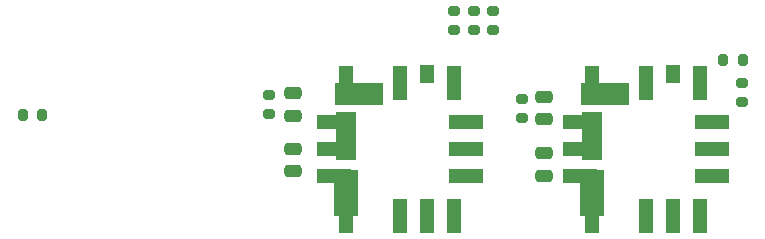
<source format=gbr>
%TF.GenerationSoftware,KiCad,Pcbnew,7.0.9*%
%TF.CreationDate,2025-01-29T10:13:39+09:00*%
%TF.ProjectId,05-PWR,30352d50-5752-42e6-9b69-6361645f7063,rev?*%
%TF.SameCoordinates,Original*%
%TF.FileFunction,Paste,Top*%
%TF.FilePolarity,Positive*%
%FSLAX46Y46*%
G04 Gerber Fmt 4.6, Leading zero omitted, Abs format (unit mm)*
G04 Created by KiCad (PCBNEW 7.0.9) date 2025-01-29 10:13:39*
%MOMM*%
%LPD*%
G01*
G04 APERTURE LIST*
G04 Aperture macros list*
%AMRoundRect*
0 Rectangle with rounded corners*
0 $1 Rounding radius*
0 $2 $3 $4 $5 $6 $7 $8 $9 X,Y pos of 4 corners*
0 Add a 4 corners polygon primitive as box body*
4,1,4,$2,$3,$4,$5,$6,$7,$8,$9,$2,$3,0*
0 Add four circle primitives for the rounded corners*
1,1,$1+$1,$2,$3*
1,1,$1+$1,$4,$5*
1,1,$1+$1,$6,$7*
1,1,$1+$1,$8,$9*
0 Add four rect primitives between the rounded corners*
20,1,$1+$1,$2,$3,$4,$5,0*
20,1,$1+$1,$4,$5,$6,$7,0*
20,1,$1+$1,$6,$7,$8,$9,0*
20,1,$1+$1,$8,$9,$2,$3,0*%
G04 Aperture macros list end*
%ADD10RoundRect,0.250000X0.475000X-0.250000X0.475000X0.250000X-0.475000X0.250000X-0.475000X-0.250000X0*%
%ADD11RoundRect,0.200000X-0.200000X-0.275000X0.200000X-0.275000X0.200000X0.275000X-0.200000X0.275000X0*%
%ADD12RoundRect,0.200000X-0.275000X0.200000X-0.275000X-0.200000X0.275000X-0.200000X0.275000X0.200000X0*%
%ADD13RoundRect,0.200000X0.275000X-0.200000X0.275000X0.200000X-0.275000X0.200000X-0.275000X-0.200000X0*%
%ADD14R,1.200000X3.000000*%
%ADD15R,2.000000X4.000000*%
%ADD16R,3.000000X1.200000*%
%ADD17R,1.770000X4.112100*%
%ADD18R,4.170000X1.862000*%
%ADD19R,1.200000X1.500000*%
%ADD20RoundRect,0.250000X-0.475000X0.250000X-0.475000X-0.250000X0.475000X-0.250000X0.475000X0.250000X0*%
G04 APERTURE END LIST*
D10*
%TO.C,C1*%
X60298000Y-87950000D03*
X60298000Y-86050000D03*
%TD*%
%TO.C,C2*%
X81526000Y-88330000D03*
X81526000Y-86430000D03*
%TD*%
D11*
%TO.C,R8*%
X37402000Y-83185000D03*
X39052000Y-83185000D03*
%TD*%
D12*
%TO.C,R6*%
X79621000Y-81795000D03*
X79621000Y-83445000D03*
%TD*%
D13*
%TO.C,R3*%
X77216000Y-76009000D03*
X77216000Y-74359000D03*
%TD*%
D12*
%TO.C,R7*%
X58266000Y-81476000D03*
X58266000Y-83126000D03*
%TD*%
D11*
%TO.C,R4*%
X96675000Y-78500000D03*
X98325000Y-78500000D03*
%TD*%
D14*
%TO.C,U2*%
X69342000Y-91706000D03*
X64762000Y-91706000D03*
D15*
X64762000Y-89763600D03*
D16*
X63742000Y-88396000D03*
X63742000Y-86106000D03*
D17*
X64762000Y-84958650D03*
D16*
X63742000Y-83816000D03*
D18*
X65862200Y-81381600D03*
D14*
X64762000Y-80506000D03*
X69342000Y-80506000D03*
X73922000Y-80506000D03*
D16*
X74942000Y-86106000D03*
X74942000Y-88396000D03*
D14*
X73922000Y-91706000D03*
X71632000Y-91706000D03*
D19*
X71632000Y-79756000D03*
D16*
X74942000Y-83816000D03*
%TD*%
D20*
%TO.C,C4*%
X60298000Y-81351000D03*
X60298000Y-83251000D03*
%TD*%
D12*
%TO.C,R5*%
X98262000Y-80469000D03*
X98262000Y-82119000D03*
%TD*%
D20*
%TO.C,C3*%
X81526000Y-81670000D03*
X81526000Y-83570000D03*
%TD*%
D12*
%TO.C,R2*%
X75565000Y-74359000D03*
X75565000Y-76009000D03*
%TD*%
D13*
%TO.C,R1*%
X73914000Y-76009000D03*
X73914000Y-74359000D03*
%TD*%
D14*
%TO.C,U1*%
X90170000Y-91706000D03*
X85590000Y-91706000D03*
D15*
X85590000Y-89763600D03*
D16*
X84570000Y-88396000D03*
X84570000Y-86106000D03*
D17*
X85590000Y-84958650D03*
D16*
X84570000Y-83816000D03*
D18*
X86690200Y-81381600D03*
D14*
X85590000Y-80506000D03*
X90170000Y-80506000D03*
X94750000Y-80506000D03*
D16*
X95770000Y-86106000D03*
X95770000Y-88396000D03*
D14*
X94750000Y-91706000D03*
X92460000Y-91706000D03*
D19*
X92460000Y-79756000D03*
D16*
X95770000Y-83816000D03*
%TD*%
M02*

</source>
